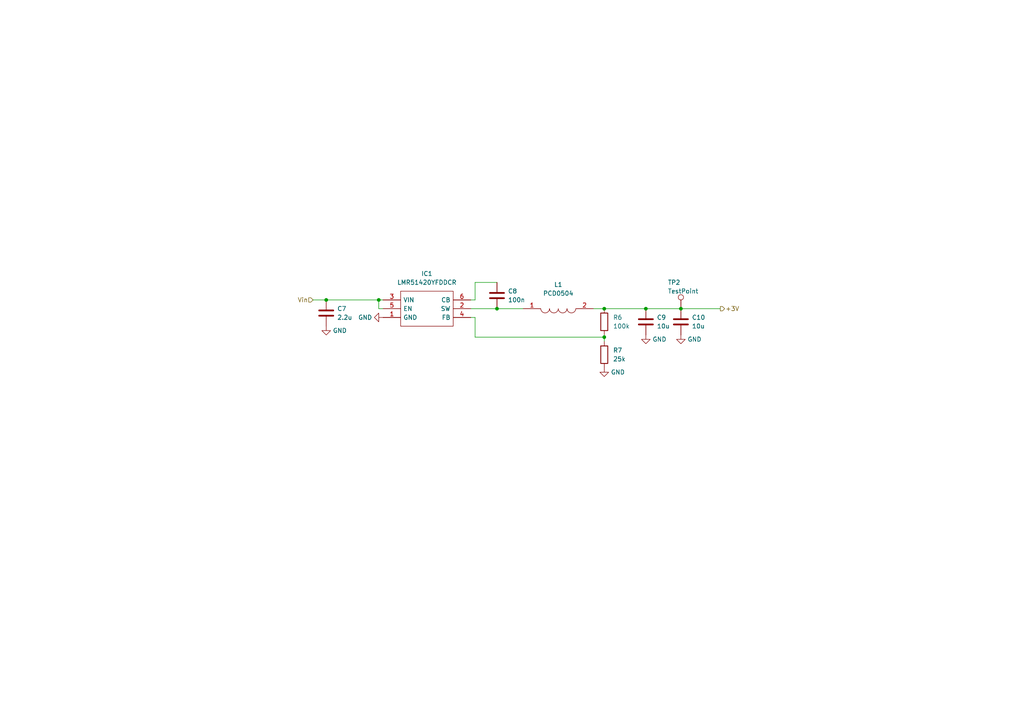
<source format=kicad_sch>
(kicad_sch (version 20211123) (generator eeschema)
  (paper "A4")
  (lib_symbols
    (symbol "Connector:TestPoint" (pin_numbers hide) (pin_names (offset 0.762) hide)
      (property "Reference" "TP" (at 0 6.858 0))
      (property "Value" "TestPoint" (at 0 5.08 0))
      (symbol "TestPoint_0_1"
        (circle (center 0 3.302) (radius 0.762))
      )
      (symbol "TestPoint_1_1"
        (pin passive line (at 0 0 90) (length 2.54) (name "1") (number "1"))
      )
    )
    (symbol "Device:C" (pin_numbers hide) (pin_names (offset 0.254))
      (property "Reference" "C" (at 0.635 2.54 0))
      (property "Value" "C" (at 0.635 -2.54 0))
      (symbol "C_0_1"
        (polyline (pts (xy -2.032 -0.762) (xy 2.032 -0.762)) (stroke (width 0.508)))
        (polyline (pts (xy -2.032 0.762) (xy 2.032 0.762)) (stroke (width 0.508)))
      )
      (symbol "C_1_1"
        (pin passive line (at 0 3.81 270) (length 2.794) (name "~") (number "1"))
        (pin passive line (at 0 -3.81 90) (length 2.794) (name "~") (number "2"))
      )
    )
    (symbol "Device:R" (pin_numbers hide) (pin_names (offset 0))
      (property "Reference" "R" (at 2.032 0 90))
      (property "Value" "R" (at 0 0 90))
      (symbol "R_0_1"
        (rectangle (start -1.016 -2.54) (end 1.016 2.54) (stroke (width 0.254)))
      )
      (symbol "R_1_1"
        (pin passive line (at 0 3.81 270) (length 1.27) (name "~") (number "1"))
        (pin passive line (at 0 -3.81 90) (length 1.27) (name "~") (number "2"))
      )
    )
    (symbol "LMR51420XDDCR:LMR51420XDDCR" (pin_names (offset 0.762))
      (property "Reference" "IC" (at 21.59 7.62 0))
      (property "Value" "LMR51420XDDCR" (at 21.59 5.08 0))
      (symbol "LMR51420XDDCR_0_0"
        (pin passive line (at 0 -5.08 0) (length 5.08) (name "GND") (number "1"))
        (pin passive line (at 25.4 -2.54 180) (length 5.08) (name "SW") (number "2"))
        (pin passive line (at 0 0 0) (length 5.08) (name "VIN") (number "3"))
        (pin passive line (at 25.4 -5.08 180) (length 5.08) (name "FB") (number "4"))
        (pin passive line (at 0 -2.54 0) (length 5.08) (name "EN") (number "5"))
        (pin passive line (at 25.4 0 180) (length 5.08) (name "CB") (number "6"))
      )
      (symbol "LMR51420XDDCR_0_1"
        (polyline (pts (xy 5.08 2.54) (xy 20.32 2.54) (xy 20.32 -7.62) (xy 5.08 -7.62) (xy 5.08 2.54)) (stroke (width 0.1524)))
      )
    )
    (symbol "PCD0504:PCD0504" (pin_names (offset 0.762))
      (property "Reference" "L" (at 16.51 6.35 0))
      (property "Value" "PCD0504" (at 16.51 3.81 0))
      (symbol "PCD0504_0_0"
        (pin passive line (at 0 0 0) (length 5.08) (name "~") (number "1"))
        (pin passive line (at 20.32 0 180) (length 5.08) (name "~") (number "2"))
      )
      (symbol "PCD0504_0_1"
        (arc (start 5.08 0) (mid 6.35 -1.3218) (end 7.62 0) (stroke (width 0.1524)))
        (arc (start 7.62 0) (mid 8.89 -1.3218) (end 10.16 0) (stroke (width 0.1524)))
        (arc (start 10.16 0) (mid 11.43 -1.3218) (end 12.7 0) (stroke (width 0.1524)))
        (arc (start 12.7 0) (mid 13.97 -1.3218) (end 15.24 0) (stroke (width 0.1524)))
      )
    )
    (symbol "power:GND" (power) (pin_names (offset 0))
      (property "Value" "GND" (at 0 -3.81 0))
      (symbol "GND_0_1"
        (polyline (pts (xy 0 0) (xy 0 -1.27) (xy 1.27 -1.27) (xy 0 -2.54) (xy -1.27 -1.27) (xy 0 -1.27)))
      )
      (symbol "GND_1_1"
        (pin power_in line (at 0 0 270) (length 0) hide (name "GND") (number "1"))
      )
    )
  )
  (junction (at 175.26 97.79))
  (junction (at 175.26 89.535))
  (junction (at 109.855 86.995))
  (junction (at 187.325 89.535))
  (junction (at 94.615 86.995))
  (junction (at 144.145 89.535))
  (junction (at 197.485 89.535))
  (wire (pts (xy 172.085 89.535) (xy 175.26 89.535)))
  (wire (pts (xy 109.855 86.995) (xy 111.125 86.995)))
  (wire (pts (xy 137.795 81.915) (xy 144.145 81.915)))
  (wire (pts (xy 175.26 97.155) (xy 175.26 97.79)))
  (wire (pts (xy 175.26 97.79) (xy 137.795 97.79)))
  (wire (pts (xy 175.26 89.535) (xy 187.325 89.535)))
  (wire (pts (xy 137.795 92.075) (xy 137.795 97.79)))
  (wire (pts (xy 175.26 97.79) (xy 175.26 99.06)))
  (wire (pts (xy 144.145 89.535) (xy 151.765 89.535)))
  (wire (pts (xy 90.805 86.995) (xy 94.615 86.995)))
  (wire (pts (xy 94.615 86.995) (xy 109.855 86.995)))
  (wire (pts (xy 187.325 89.535) (xy 197.485 89.535)))
  (wire (pts (xy 136.525 89.535) (xy 144.145 89.535)))
  (wire (pts (xy 109.855 89.535) (xy 109.855 86.995)))
  (wire (pts (xy 111.125 89.535) (xy 109.855 89.535)))
  (wire (pts (xy 136.525 86.995) (xy 137.795 86.995)))
  (wire (pts (xy 197.485 89.535) (xy 208.915 89.535)))
  (wire (pts (xy 137.795 86.995) (xy 137.795 81.915)))
  (wire (pts (xy 136.525 92.075) (xy 137.795 92.075)))
  (hierarchical_label "Vin" (shape input) (at 90.805 86.995 180))
  (hierarchical_label "+3V" (shape output) (at 208.915 89.535 0))
  (symbol (lib_id "Device:R") (at 175.26 93.345 0)
    (property "Reference" "R6" (at 177.8 92.0749 0) (effects (justify left)))
    (property "Value" "100k" (at 177.8 94.6149 0) (effects (justify left)))
    (property "Footprint" "Resistor_SMD:R_0805_2012Metric_Pad1.20x1.40mm_HandSolder" (effects hide))
    (property "Lomex" "80-55-70" (effects hide))
  )
  (symbol (lib_id "Device:C") (at 94.615 90.805 0)
    (property "Reference" "C7" (at 97.79 89.5349 0) (effects (justify left)))
    (property "Value" "2.2u" (at 97.79 92.0749 0) (effects (justify left)))
    (property "Footprint" "Capacitor_SMD:C_0805_2012Metric_Pad1.18x1.45mm_HandSolder" (effects hide))
    (property "Lomex" "82-12-91" (effects hide))
  )
  (symbol (lib_id "power:GND") (at 175.26 106.68 0)
    (property "Reference" "#PWR082" (effects hide))
    (property "Value" "GND" (at 177.165 107.9499 0) (effects (justify left)))
  )
  (symbol (lib_id "power:GND") (at 111.125 92.075 270)
    (property "Reference" "#PWR081" (effects hide))
    (property "Value" "GND" (at 107.95 92.0749 90) (effects (justify right)))
  )
  (symbol (lib_id "Device:C") (at 197.485 93.345 0)
    (property "Reference" "C10" (at 200.66 92.0749 0) (effects (justify left)))
    (property "Value" "10u" (at 200.66 94.6149 0) (effects (justify left)))
    (property "Footprint" "Capacitor_SMD:C_0805_2012Metric_Pad1.18x1.45mm_HandSolder" (effects hide))
    (property "Lomex" "82-17-06" (effects hide))
  )
  (symbol (lib_id "Device:C") (at 144.145 85.725 0)
    (property "Reference" "C8" (at 147.32 84.4549 0) (effects (justify left)))
    (property "Value" "100n" (at 147.32 86.9949 0) (effects (justify left)))
    (property "Footprint" "Capacitor_SMD:C_0805_2012Metric_Pad1.18x1.45mm_HandSolder" (effects hide))
    (property "Lomex" "82-13-46" (effects hide))
  )
  (symbol (lib_id "Device:C") (at 187.325 93.345 0)
    (property "Reference" "C9" (at 190.5 92.0749 0) (effects (justify left)))
    (property "Value" "10u" (at 190.5 94.6149 0) (effects (justify left)))
    (property "Footprint" "Capacitor_SMD:C_0805_2012Metric_Pad1.18x1.45mm_HandSolder" (effects hide))
    (property "Lomex" "82-17-06" (effects hide))
  )
  (symbol (lib_id "power:GND") (at 94.615 94.615 0)
    (property "Reference" "#PWR080" (effects hide))
    (property "Value" "GND" (at 96.52 95.8849 0) (effects (justify left)))
  )
  (symbol (lib_id "Device:R") (at 175.26 102.87 0)
    (property "Reference" "R7" (at 177.8 101.5999 0) (effects (justify left)))
    (property "Value" "25k" (at 177.8 104.1399 0) (effects (justify left)))
    (property "Footprint" "Resistor_SMD:R_0805_2012Metric_Pad1.20x1.40mm_HandSolder" (effects hide))
    (property "Lomex" "80-41-54" (effects hide))
  )
  (symbol (lib_id "power:GND") (at 197.485 97.155 0)
    (property "Reference" "#PWR084" (effects hide))
    (property "Value" "GND" (at 199.39 98.4249 0) (effects (justify left)))
  )
  (symbol (lib_id "power:GND") (at 187.325 97.155 0)
    (property "Reference" "#PWR083" (effects hide))
    (property "Value" "GND" (at 189.23 98.4249 0) (effects (justify left)))
  )
  (symbol (lib_id "PCD0504:PCD0504") (at 151.765 89.535 0)
    (property "Reference" "L1" (at 161.925 82.55 0))
    (property "Value" "PCD0504" (at 161.925 85.09 0))
    (property "Footprint" "PCD0504VIKINGINDUCTOR:PCD0504" (effects hide))
    (property "Datasheet" "https://www.viking.com.tw/Templates/att/PCD_Series.pdf?lng=enVaw1ztYE9ji8ugPiOlDzHd60k" (effects hide))
    (property "Description" "SMD Power Inductor" (effects hide))
    (property "Height" "4.8" (effects hide))
    (property "Manufacturer_Name" "Viking" (effects hide))
    (property "Manufacturer_Part_Number" "PCD0504" (effects hide))
    (property "Lomex" "93-02-78" (effects hide))
  )
  (symbol (lib_id "LMR51420XDDCR:LMR51420XDDCR") (at 111.125 86.995 0)
    (property "Reference" "IC1" (at 123.825 79.375 0))
    (property "Value" "LMR51420YFDDCR" (at 123.825 81.915 0))
    (property "Footprint" "SOT95P280X110-6N" (effects hide))
    (property "Datasheet" "https://www.ti.com/lit/ds/symlink/lmr51420.pdf?ts=1663231243064" (effects hide))
    (property "Description" "Switching Voltage Regulators SIMPLE SWITCHER power converter 4.5-V to 36-V, 2-A, synchronous buck with 40-uA IQ" (effects hide))
    (property "Height" "1.1" (effects hide))
    (property "Manufacturer_Name" "Texas Instruments" (effects hide))
    (property "Mouser Part Number" "595-LMR51420YFDDCR" (effects hide))
    (property "Mouser Price/Stock" "https://www.mouser.co.uk/ProductDetail/Texas-Instruments/LMR51420XDDCR?qs=vvQtp7zwQdN6fBqQU4azxw%3D%3D" (effects hide))
    (property "Mouser" "595-LMR51420YFDDCR" (effects hide))
  )
  (symbol (lib_id "Connector:TestPoint") (at 197.485 89.535 0)
    (property "Reference" "TP2" (at 193.675 81.915 0) (effects (justify left)))
    (property "Value" "TestPoint" (at 193.675 84.455 0) (effects (justify left)))
    (property "Footprint" "TestPoint:TestPoint_Pad_D2.5mm" (effects hide))
  )
)
</source>
